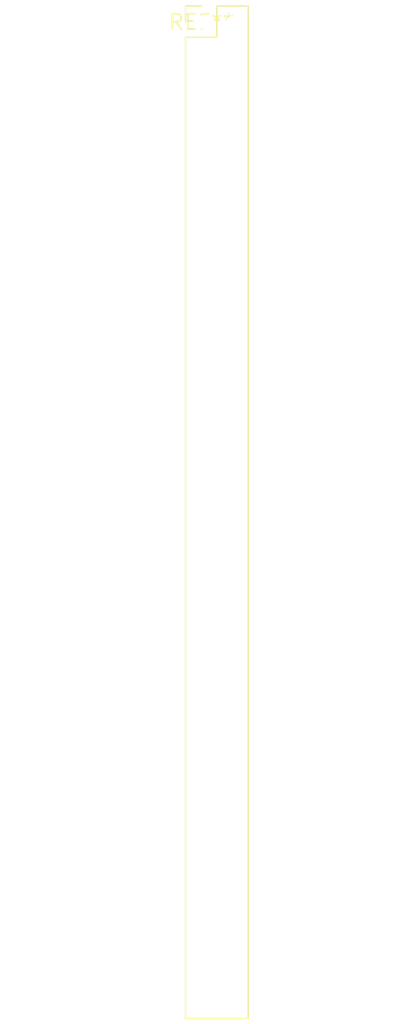
<source format=kicad_pcb>
(kicad_pcb (version 20240108) (generator pcbnew)
  (layers (0 "F.Cu" signal) (31 "B.Cu" signal) (34 "B.Paste" user) (35 "F.Paste" user) (36 "B.SilkS" user "B.Silkscreen") (37 "F.SilkS" user "F.Silkscreen") (38 "B.Mask" user) (39 "F.Mask" user) (44 "Edge.Cuts" user))
  (net 0 "")
  (footprint "PinHeader_2x33_P2.54mm_Vertical" (layer "F.Cu") (at 0 0)
    (property "Reference" "REF**")
    (property "Value" "PinHeader_2x33_P2.54mm_Vertical")
    (fp_line (start -1.33 -1.33) (end 0 -1.33) (layer "F.SilkS") (stroke (width 0.12)))
    (fp_line (start -1.33 0) (end -1.33 -1.33) (layer "F.SilkS") (stroke (width 0.12)))
    (fp_line (start -1.33 1.27) (end -1.33 82.61) (layer "F.SilkS") (stroke (width 0.12)))
    (fp_line (start -1.33 1.27) (end 1.27 1.27) (layer "F.SilkS") (stroke (width 0.12)))
    (fp_line (start -1.33 82.61) (end 3.87 82.61) (layer "F.SilkS") (stroke (width 0.12)))
    (fp_line (start 1.27 -1.33) (end 3.87 -1.33) (layer "F.SilkS") (stroke (width 0.12)))
    (fp_line (start 1.27 1.27) (end 1.27 -1.33) (layer "F.SilkS") (stroke (width 0.12)))
    (fp_line (start 3.87 -1.33) (end 3.87 82.61) (layer "F.SilkS") (stroke (width 0.12)))
    (pad "1" thru_hole rect (at 0 0) (size 1.7 1.7) (drill 1) (layers *.Cu *.Mask) (remove_unused_layers))
    (pad "2" thru_hole oval (at 2.54 0) (size 1.7 1.7) (drill 1) (layers *.Cu *.Mask) (remove_unused_layers))
    (pad "3" thru_hole oval (at 0 2.54) (size 1.7 1.7) (drill 1) (layers *.Cu *.Mask) (remove_unused_layers))
    (pad "4" thru_hole oval (at 2.54 2.54) (size 1.7 1.7) (drill 1) (layers *.Cu *.Mask) (remove_unused_layers))
    (pad "5" thru_hole oval (at 0 5.08) (size 1.7 1.7) (drill 1) (layers *.Cu *.Mask) (remove_unused_layers))
    (pad "6" thru_hole oval (at 2.54 5.08) (size 1.7 1.7) (drill 1) (layers *.Cu *.Mask) (remove_unused_layers))
    (pad "7" thru_hole oval (at 0 7.62) (size 1.7 1.7) (drill 1) (layers *.Cu *.Mask) (remove_unused_layers))
    (pad "8" thru_hole oval (at 2.54 7.62) (size 1.7 1.7) (drill 1) (layers *.Cu *.Mask) (remove_unused_layers))
    (pad "9" thru_hole oval (at 0 10.16) (size 1.7 1.7) (drill 1) (layers *.Cu *.Mask) (remove_unused_layers))
    (pad "10" thru_hole oval (at 2.54 10.16) (size 1.7 1.7) (drill 1) (layers *.Cu *.Mask) (remove_unused_layers))
    (pad "11" thru_hole oval (at 0 12.7) (size 1.7 1.7) (drill 1) (layers *.Cu *.Mask) (remove_unused_layers))
    (pad "12" thru_hole oval (at 2.54 12.7) (size 1.7 1.7) (drill 1) (layers *.Cu *.Mask) (remove_unused_layers))
    (pad "13" thru_hole oval (at 0 15.24) (size 1.7 1.7) (drill 1) (layers *.Cu *.Mask) (remove_unused_layers))
    (pad "14" thru_hole oval (at 2.54 15.24) (size 1.7 1.7) (drill 1) (layers *.Cu *.Mask) (remove_unused_layers))
    (pad "15" thru_hole oval (at 0 17.78) (size 1.7 1.7) (drill 1) (layers *.Cu *.Mask) (remove_unused_layers))
    (pad "16" thru_hole oval (at 2.54 17.78) (size 1.7 1.7) (drill 1) (layers *.Cu *.Mask) (remove_unused_layers))
    (pad "17" thru_hole oval (at 0 20.32) (size 1.7 1.7) (drill 1) (layers *.Cu *.Mask) (remove_unused_layers))
    (pad "18" thru_hole oval (at 2.54 20.32) (size 1.7 1.7) (drill 1) (layers *.Cu *.Mask) (remove_unused_layers))
    (pad "19" thru_hole oval (at 0 22.86) (size 1.7 1.7) (drill 1) (layers *.Cu *.Mask) (remove_unused_layers))
    (pad "20" thru_hole oval (at 2.54 22.86) (size 1.7 1.7) (drill 1) (layers *.Cu *.Mask) (remove_unused_layers))
    (pad "21" thru_hole oval (at 0 25.4) (size 1.7 1.7) (drill 1) (layers *.Cu *.Mask) (remove_unused_layers))
    (pad "22" thru_hole oval (at 2.54 25.4) (size 1.7 1.7) (drill 1) (layers *.Cu *.Mask) (remove_unused_layers))
    (pad "23" thru_hole oval (at 0 27.94) (size 1.7 1.7) (drill 1) (layers *.Cu *.Mask) (remove_unused_layers))
    (pad "24" thru_hole oval (at 2.54 27.94) (size 1.7 1.7) (drill 1) (layers *.Cu *.Mask) (remove_unused_layers))
    (pad "25" thru_hole oval (at 0 30.48) (size 1.7 1.7) (drill 1) (layers *.Cu *.Mask) (remove_unused_layers))
    (pad "26" thru_hole oval (at 2.54 30.48) (size 1.7 1.7) (drill 1) (layers *.Cu *.Mask) (remove_unused_layers))
    (pad "27" thru_hole oval (at 0 33.02) (size 1.7 1.7) (drill 1) (layers *.Cu *.Mask) (remove_unused_layers))
    (pad "28" thru_hole oval (at 2.54 33.02) (size 1.7 1.7) (drill 1) (layers *.Cu *.Mask) (remove_unused_layers))
    (pad "29" thru_hole oval (at 0 35.56) (size 1.7 1.7) (drill 1) (layers *.Cu *.Mask) (remove_unused_layers))
    (pad "30" thru_hole oval (at 2.54 35.56) (size 1.7 1.7) (drill 1) (layers *.Cu *.Mask) (remove_unused_layers))
    (pad "31" thru_hole oval (at 0 38.1) (size 1.7 1.7) (drill 1) (layers *.Cu *.Mask) (remove_unused_layers))
    (pad "32" thru_hole oval (at 2.54 38.1) (size 1.7 1.7) (drill 1) (layers *.Cu *.Mask) (remove_unused_layers))
    (pad "33" thru_hole oval (at 0 40.64) (size 1.7 1.7) (drill 1) (layers *.Cu *.Mask) (remove_unused_layers))
    (pad "34" thru_hole oval (at 2.54 40.64) (size 1.7 1.7) (drill 1) (layers *.Cu *.Mask) (remove_unused_layers))
    (pad "35" thru_hole oval (at 0 43.18) (size 1.7 1.7) (drill 1) (layers *.Cu *.Mask) (remove_unused_layers))
    (pad "36" thru_hole oval (at 2.54 43.18) (size 1.7 1.7) (drill 1) (layers *.Cu *.Mask) (remove_unused_layers))
    (pad "37" thru_hole oval (at 0 45.72) (size 1.7 1.7) (drill 1) (layers *.Cu *.Mask) (remove_unused_layers))
    (pad "38" thru_hole oval (at 2.54 45.72) (size 1.7 1.7) (drill 1) (layers *.Cu *.Mask) (remove_unused_layers))
    (pad "39" thru_hole oval (at 0 48.26) (size 1.7 1.7) (drill 1) (layers *.Cu *.Mask) (remove_unused_layers))
    (pad "40" thru_hole oval (at 2.54 48.26) (size 1.7 1.7) (drill 1) (layers *.Cu *.Mask) (remove_unused_layers))
    (pad "41" thru_hole oval (at 0 50.8) (size 1.7 1.7) (drill 1) (layers *.Cu *.Mask) (remove_unused_layers))
    (pad "42" thru_hole oval (at 2.54 50.8) (size 1.7 1.7) (drill 1) (layers *.Cu *.Mask) (remove_unused_layers))
    (pad "43" thru_hole oval (at 0 53.34) (size 1.7 1.7) (drill 1) (layers *.Cu *.Mask) (remove_unused_layers))
    (pad "44" thru_hole oval (at 2.54 53.34) (size 1.7 1.7) (drill 1) (layers *.Cu *.Mask) (remove_unused_layers))
    (pad "45" thru_hole oval (at 0 55.88) (size 1.7 1.7) (drill 1) (layers *.Cu *.Mask) (remove_unused_layers))
    (pad "46" thru_hole oval (at 2.54 55.88) (size 1.7 1.7) (drill 1) (layers *.Cu *.Mask) (remove_unused_layers))
    (pad "47" thru_hole oval (at 0 58.42) (size 1.7 1.7) (drill 1) (layers *.Cu *.Mask) (remove_unused_layers))
    (pad "48" thru_hole oval (at 2.54 58.42) (size 1.7 1.7) (drill 1) (layers *.Cu *.Mask) (remove_unused_layers))
    (pad "49" thru_hole oval (at 0 60.96) (size 1.7 1.7) (drill 1) (layers *.Cu *.Mask) (remove_unused_layers))
    (pad "50" thru_hole oval (at 2.54 60.96) (size 1.7 1.7) (drill 1) (layers *.Cu *.Mask) (remove_unused_layers))
    (pad "51" thru_hole oval (at 0 63.5) (size 1.7 1.7) (drill 1) (layers *.Cu *.Mask) (remove_unused_layers))
    (pad "52" thru_hole oval (at 2.54 63.5) (size 1.7 1.7) (drill 1) (layers *.Cu *.Mask) (remove_unused_layers))
    (pad "53" thru_hole oval (at 0 66.04) (size 1.7 1.7) (drill 1) (layers *.Cu *.Mask) (remove_unused_layers))
    (pad "54" thru_hole oval (at 2.54 66.04) (size 1.7 1.7) (drill 1) (layers *.Cu *.Mask) (remove_unused_layers))
    (pad "55" thru_hole oval (at 0 68.58) (size 1.7 1.7) (drill 1) (layers *.Cu *.Mask) (remove_unused_layers))
    (pad "56" thru_hole oval (at 2.54 68.58) (size 1.7 1.7) (drill 1) (layers *.Cu *.Mask) (remove_unused_layers))
    (pad "57" thru_hole oval (at 0 71.12) (size 1.7 1.7) (drill 1) (layers *.Cu *.Mask) (remove_unused_layers))
    (pad "58" thru_hole oval (at 2.54 71.12) (size 1.7 1.7) (drill 1) (layers *.Cu *.Mask) (remove_unused_layers))
    (pad "59" thru_hole oval (at 0 73.66) (size 1.7 1.7) (drill 1) (layers *.Cu *.Mask) (remove_unused_layers))
    (pad "60" thru_hole oval (at 2.54 73.66) (size 1.7 1.7) (drill 1) (layers *.Cu *.Mask) (remove_unused_layers))
    (pad "61" thru_hole oval (at 0 76.2) (size 1.7 1.7) (drill 1) (layers *.Cu *.Mask) (remove_unused_layers))
    (pad "62" thru_hole oval (at 2.54 76.2) (size 1.7 1.7) (drill 1) (layers *.Cu *.Mask) (remove_unused_layers))
    (pad "63" thru_hole oval (at 0 78.74) (size 1.7 1.7) (drill 1) (layers *.Cu *.Mask) (remove_unused_layers))
    (pad "64" thru_hole oval (at 2.54 78.74) (size 1.7 1.7) (drill 1) (layers *.Cu *.Mask) (remove_unused_layers))
    (pad "65" thru_hole oval (at 0 81.28) (size 1.7 1.7) (drill 1) (layers *.Cu *.Mask) (remove_unused_layers))
    (pad "66" thru_hole oval (at 2.54 81.28) (size 1.7 1.7) (drill 1) (layers *.Cu *.Mask) (remove_unused_layers))
  )
)
</source>
